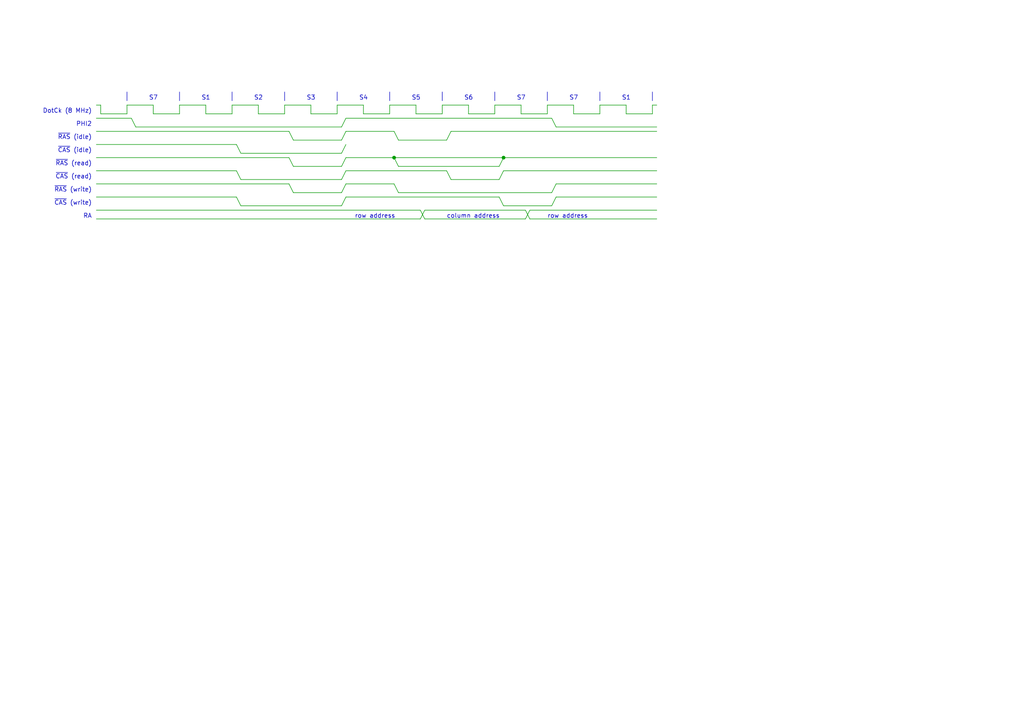
<source format=kicad_sch>
(kicad_sch (version 20230121) (generator eeschema)
  (paper "A4")
  (title_block (title "GW4301A") (date "2021-05-02") (rev "1.2") (company "Garrett's Workshop"))
  (lib_symbols)
  (junction (at 146.05 45.72))
  (junction (at 114.3 45.72))
  (wire (pts (xy 158.75 30.48) (xy 166.37 30.48)))
  (wire (pts (xy 97.79 30.48) (xy 105.41 30.48)))
  (wire (pts (xy 27.94 60.96) (xy 121.92 60.96)))
  (polyline (pts (xy 113.03 29.21) (xy 113.03 26.67)))
  (wire (pts (xy 68.58 41.91) (xy 69.85 44.45)))
  (wire (pts (xy 69.85 44.45) (xy 99.06 44.45)))
  (polyline (pts (xy 52.07 29.21) (xy 52.07 26.67)))
  (wire (pts (xy 160.02 55.88) (xy 161.29 53.34)))
  (wire (pts (xy 129.54 49.53) (xy 130.81 52.07)))
  (wire (pts (xy 121.92 60.96) (xy 123.19 63.5)))
  (wire (pts (xy 113.03 30.48) (xy 120.65 30.48)))
  (wire (pts (xy 144.78 48.26) (xy 146.05 45.72)))
  (wire (pts (xy 130.81 52.07) (xy 144.78 52.07)))
  (wire (pts (xy 151.13 30.48) (xy 151.13 33.02)))
  (wire (pts (xy 160.02 59.69) (xy 161.29 57.15)))
  (wire (pts (xy 74.93 33.02) (xy 82.55 33.02)))
  (wire (pts (xy 83.82 38.1) (xy 85.09 40.64)))
  (wire (pts (xy 100.33 49.53) (xy 129.54 49.53)))
  (wire (pts (xy 161.29 53.34) (xy 190.5 53.34)))
  (wire (pts (xy 100.33 53.34) (xy 114.3 53.34)))
  (wire (pts (xy 173.99 33.02) (xy 173.99 30.48)))
  (wire (pts (xy 29.21 30.48) (xy 27.94 30.48)))
  (wire (pts (xy 99.06 52.07) (xy 100.33 49.53)))
  (wire (pts (xy 129.54 40.64) (xy 130.81 38.1)))
  (wire (pts (xy 181.61 30.48) (xy 181.61 33.02)))
  (wire (pts (xy 128.27 30.48) (xy 135.89 30.48)))
  (polyline (pts (xy 158.75 29.21) (xy 158.75 26.67)))
  (wire (pts (xy 85.09 48.26) (xy 99.06 48.26)))
  (polyline (pts (xy 189.23 29.21) (xy 189.23 26.67)))
  (wire (pts (xy 173.99 30.48) (xy 181.61 30.48)))
  (wire (pts (xy 100.33 34.29) (xy 160.02 34.29)))
  (wire (pts (xy 152.4 63.5) (xy 153.67 60.96)))
  (polyline (pts (xy 173.99 29.21) (xy 173.99 26.67)))
  (wire (pts (xy 158.75 33.02) (xy 158.75 30.48)))
  (wire (pts (xy 85.09 40.64) (xy 99.06 40.64)))
  (wire (pts (xy 115.57 40.64) (xy 129.54 40.64)))
  (wire (pts (xy 152.4 60.96) (xy 153.67 63.5)))
  (wire (pts (xy 153.67 60.96) (xy 190.5 60.96)))
  (wire (pts (xy 68.58 57.15) (xy 69.85 59.69)))
  (wire (pts (xy 90.17 33.02) (xy 97.79 33.02)))
  (wire (pts (xy 166.37 30.48) (xy 166.37 33.02)))
  (wire (pts (xy 144.78 52.07) (xy 146.05 49.53)))
  (wire (pts (xy 27.94 45.72) (xy 83.82 45.72)))
  (wire (pts (xy 27.94 38.1) (xy 83.82 38.1)))
  (wire (pts (xy 100.33 38.1) (xy 114.3 38.1)))
  (wire (pts (xy 144.78 57.15) (xy 146.05 59.69)))
  (polyline (pts (xy 82.55 29.21) (xy 82.55 26.67)))
  (wire (pts (xy 146.05 59.69) (xy 160.02 59.69)))
  (wire (pts (xy 90.17 30.48) (xy 90.17 33.02)))
  (wire (pts (xy 114.3 45.72) (xy 146.05 45.72)))
  (wire (pts (xy 69.85 59.69) (xy 99.06 59.69)))
  (wire (pts (xy 99.06 40.64) (xy 100.33 38.1)))
  (wire (pts (xy 82.55 30.48) (xy 90.17 30.48)))
  (wire (pts (xy 160.02 34.29) (xy 161.29 36.83)))
  (wire (pts (xy 100.33 45.72) (xy 114.3 45.72)))
  (wire (pts (xy 97.79 33.02) (xy 97.79 30.48)))
  (wire (pts (xy 68.58 49.53) (xy 69.85 52.07)))
  (wire (pts (xy 27.94 53.34) (xy 83.82 53.34)))
  (wire (pts (xy 99.06 36.83) (xy 100.33 34.29)))
  (wire (pts (xy 105.41 33.02) (xy 113.03 33.02)))
  (wire (pts (xy 27.94 63.5) (xy 121.92 63.5)))
  (wire (pts (xy 83.82 53.34) (xy 85.09 55.88)))
  (wire (pts (xy 120.65 33.02) (xy 128.27 33.02)))
  (wire (pts (xy 100.33 57.15) (xy 144.78 57.15)))
  (wire (pts (xy 83.82 45.72) (xy 85.09 48.26)))
  (polyline (pts (xy 97.79 29.21) (xy 97.79 26.67)))
  (wire (pts (xy 151.13 33.02) (xy 158.75 33.02)))
  (wire (pts (xy 114.3 45.72) (xy 115.57 48.26)))
  (wire (pts (xy 161.29 57.15) (xy 190.5 57.15)))
  (wire (pts (xy 113.03 33.02) (xy 113.03 30.48)))
  (wire (pts (xy 67.31 30.48) (xy 74.93 30.48)))
  (wire (pts (xy 114.3 38.1) (xy 115.57 40.64)))
  (wire (pts (xy 29.21 33.02) (xy 36.83 33.02)))
  (wire (pts (xy 130.81 38.1) (xy 190.5 38.1)))
  (wire (pts (xy 69.85 52.07) (xy 99.06 52.07)))
  (wire (pts (xy 161.29 36.83) (xy 190.5 36.83)))
  (wire (pts (xy 52.07 33.02) (xy 52.07 30.48)))
  (wire (pts (xy 27.94 57.15) (xy 68.58 57.15)))
  (wire (pts (xy 36.83 30.48) (xy 44.45 30.48)))
  (wire (pts (xy 27.94 49.53) (xy 68.58 49.53)))
  (wire (pts (xy 146.05 45.72) (xy 190.5 45.72)))
  (wire (pts (xy 59.69 30.48) (xy 59.69 33.02)))
  (wire (pts (xy 85.09 55.88) (xy 99.06 55.88)))
  (wire (pts (xy 59.69 33.02) (xy 67.31 33.02)))
  (wire (pts (xy 189.23 33.02) (xy 189.23 30.48)))
  (wire (pts (xy 36.83 33.02) (xy 36.83 30.48)))
  (wire (pts (xy 38.1 34.29) (xy 39.37 36.83)))
  (wire (pts (xy 181.61 33.02) (xy 189.23 33.02)))
  (wire (pts (xy 128.27 33.02) (xy 128.27 30.48)))
  (wire (pts (xy 99.06 48.26) (xy 100.33 45.72)))
  (wire (pts (xy 99.06 55.88) (xy 100.33 53.34)))
  (wire (pts (xy 27.94 34.29) (xy 38.1 34.29)))
  (wire (pts (xy 115.57 48.26) (xy 144.78 48.26)))
  (wire (pts (xy 121.92 63.5) (xy 123.19 60.96)))
  (wire (pts (xy 29.21 33.02) (xy 29.21 30.48)))
  (wire (pts (xy 27.94 41.91) (xy 68.58 41.91)))
  (wire (pts (xy 166.37 33.02) (xy 173.99 33.02)))
  (wire (pts (xy 39.37 36.83) (xy 99.06 36.83)))
  (polyline (pts (xy 36.83 29.21) (xy 36.83 26.67)))
  (wire (pts (xy 123.19 60.96) (xy 152.4 60.96)))
  (wire (pts (xy 115.57 55.88) (xy 160.02 55.88)))
  (wire (pts (xy 120.65 30.48) (xy 120.65 33.02)))
  (wire (pts (xy 74.93 30.48) (xy 74.93 33.02)))
  (wire (pts (xy 189.23 30.48) (xy 190.5 30.48)))
  (wire (pts (xy 67.31 33.02) (xy 67.31 30.48)))
  (wire (pts (xy 52.07 30.48) (xy 59.69 30.48)))
  (polyline (pts (xy 143.51 29.21) (xy 143.51 26.67)))
  (wire (pts (xy 153.67 63.5) (xy 190.5 63.5)))
  (wire (pts (xy 114.3 53.34) (xy 115.57 55.88)))
  (polyline (pts (xy 128.27 29.21) (xy 128.27 26.67)))
  (wire (pts (xy 135.89 30.48) (xy 135.89 33.02)))
  (wire (pts (xy 82.55 33.02) (xy 82.55 30.48)))
  (wire (pts (xy 105.41 30.48) (xy 105.41 33.02)))
  (wire (pts (xy 44.45 33.02) (xy 52.07 33.02)))
  (wire (pts (xy 44.45 33.02) (xy 44.45 30.48)))
  (wire (pts (xy 135.89 33.02) (xy 143.51 33.02)))
  (wire (pts (xy 123.19 63.5) (xy 152.4 63.5)))
  (polyline (pts (xy 67.31 29.21) (xy 67.31 26.67)))
  (wire (pts (xy 99.06 44.45) (xy 100.33 41.91)))
  (wire (pts (xy 143.51 30.48) (xy 151.13 30.48)))
  (wire (pts (xy 143.51 33.02) (xy 143.51 30.48)))
  (wire (pts (xy 99.06 59.69) (xy 100.33 57.15)))
  (wire (pts (xy 146.05 49.53) (xy 190.5 49.53)))
  (text "~{RAS} (idle)" (at 26.67 40.64 0) (effects (font (size 1.27 1.27)) (justify right bottom)))
  (text "DotCk (8 MHz)" (at 26.67 33.02 0) (effects (font (size 1.27 1.27)) (justify right bottom)))
  (text "S7" (at 43.18 29.21 0) (effects (font (size 1.27 1.27)) (justify left bottom)))
  (text "~{CAS} (idle)" (at 26.67 44.45 0) (effects (font (size 1.27 1.27)) (justify right bottom)))
  (text "~{RAS} (write)" (at 26.67 55.88 0) (effects (font (size 1.27 1.27)) (justify right bottom)))
  (text "column address" (at 129.54 63.5 0) (effects (font (size 1.27 1.27)) (justify left bottom)))
  (text "row address" (at 102.87 63.5 0) (effects (font (size 1.27 1.27)) (justify left bottom)))
  (text "S7" (at 149.86 29.21 0) (effects (font (size 1.27 1.27)) (justify left bottom)))
  (text "S7" (at 165.1 29.21 0) (effects (font (size 1.27 1.27)) (justify left bottom)))
  (text "~{CAS} (read)" (at 26.67 52.07 0) (effects (font (size 1.27 1.27)) (justify right bottom)))
  (text "S6" (at 134.62 29.21 0) (effects (font (size 1.27 1.27)) (justify left bottom)))
  (text "~{CAS} (write)" (at 26.67 59.69 0) (effects (font (size 1.27 1.27)) (justify right bottom)))
  (text "S5" (at 119.38 29.21 0) (effects (font (size 1.27 1.27)) (justify left bottom)))
  (text "S2" (at 73.66 29.21 0) (effects (font (size 1.27 1.27)) (justify left bottom)))
  (text "row address" (at 158.75 63.5 0) (effects (font (size 1.27 1.27)) (justify left bottom)))
  (text "PHI2" (at 26.67 36.83 0) (effects (font (size 1.27 1.27)) (justify right bottom)))
  (text "S3" (at 88.9 29.21 0) (effects (font (size 1.27 1.27)) (justify left bottom)))
  (text "RA" (at 26.67 63.5 0) (effects (font (size 1.27 1.27)) (justify right bottom)))
  (text "S1" (at 180.34 29.21 0) (effects (font (size 1.27 1.27)) (justify left bottom)))
  (text "~{RAS} (read)" (at 26.67 48.26 0) (effects (font (size 1.27 1.27)) (justify right bottom)))
  (text "S1" (at 58.42 29.21 0) (effects (font (size 1.27 1.27)) (justify left bottom)))
  (text "S4" (at 104.14 29.21 0) (effects (font (size 1.27 1.27)) (justify left bottom)))
)
</source>
